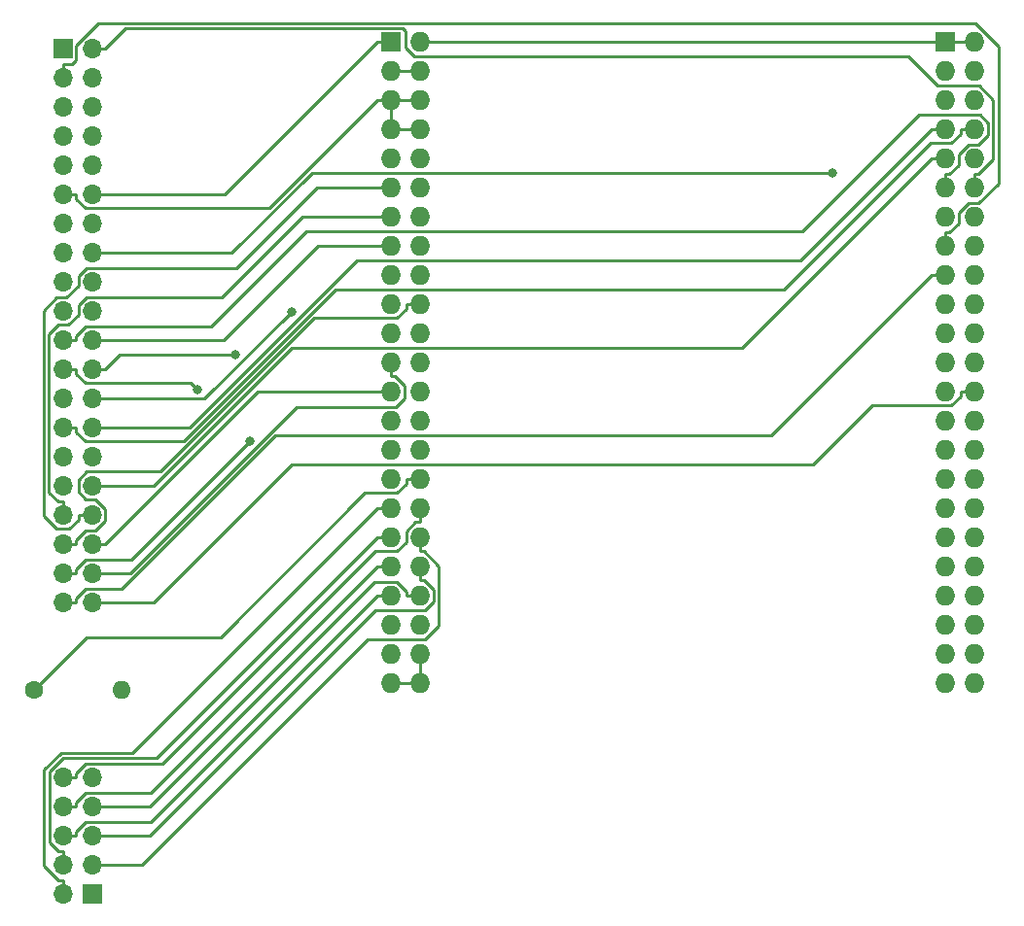
<source format=gtl>
G04 #@! TF.GenerationSoftware,KiCad,Pcbnew,5.0.2-bee76a0~70~ubuntu18.04.1*
G04 #@! TF.CreationDate,2019-04-18T20:00:00+02:00*
G04 #@! TF.ProjectId,Cramps2_nano-soc,4372616d-7073-4325-9f6e-616e6f2d736f,rev?*
G04 #@! TF.SameCoordinates,Original*
G04 #@! TF.FileFunction,Copper,L1,Top*
G04 #@! TF.FilePolarity,Positive*
%FSLAX46Y46*%
G04 Gerber Fmt 4.6, Leading zero omitted, Abs format (unit mm)*
G04 Created by KiCad (PCBNEW 5.0.2-bee76a0~70~ubuntu18.04.1) date 2019-04-18T20:00:00 CEST*
%MOMM*%
%LPD*%
G01*
G04 APERTURE LIST*
G04 #@! TA.AperFunction,ComponentPad*
%ADD10O,1.727200X1.727200*%
G04 #@! TD*
G04 #@! TA.AperFunction,ComponentPad*
%ADD11R,1.727200X1.727200*%
G04 #@! TD*
G04 #@! TA.AperFunction,ComponentPad*
%ADD12R,1.700000X1.700000*%
G04 #@! TD*
G04 #@! TA.AperFunction,ComponentPad*
%ADD13O,1.700000X1.700000*%
G04 #@! TD*
G04 #@! TA.AperFunction,ComponentPad*
%ADD14C,1.600000*%
G04 #@! TD*
G04 #@! TA.AperFunction,ComponentPad*
%ADD15O,1.600000X1.600000*%
G04 #@! TD*
G04 #@! TA.AperFunction,ViaPad*
%ADD16C,0.800000*%
G04 #@! TD*
G04 #@! TA.AperFunction,Conductor*
%ADD17C,0.250000*%
G04 #@! TD*
G04 APERTURE END LIST*
D10*
G04 #@! TO.P,P9,46*
G04 #@! TO.N,DGND*
X122540000Y-123880000D03*
G04 #@! TO.P,P9,45*
X120000000Y-123880000D03*
G04 #@! TO.P,P9,44*
X122540000Y-121340000D03*
G04 #@! TO.P,P9,43*
X120000000Y-121340000D03*
G04 #@! TO.P,P9,42*
G04 #@! TO.N,STEP_U*
X122540000Y-118800000D03*
G04 #@! TO.P,P9,41*
G04 #@! TO.N,FET5*
X120000000Y-118800000D03*
G04 #@! TO.P,P9,40*
G04 #@! TO.N,AIN1*
X122540000Y-116260000D03*
G04 #@! TO.P,P9,39*
G04 #@! TO.N,AIN0*
X120000000Y-116260000D03*
G04 #@! TO.P,P9,38*
G04 #@! TO.N,AIN3*
X122540000Y-113720000D03*
G04 #@! TO.P,P9,37*
G04 #@! TO.N,AIN2*
X120000000Y-113720000D03*
G04 #@! TO.P,P9,36*
G04 #@! TO.N,THERM1*
X122540000Y-111180000D03*
G04 #@! TO.P,P9,35*
G04 #@! TO.N,THERM2*
X120000000Y-111180000D03*
G04 #@! TO.P,P9,34*
G04 #@! TO.N,ADC_GND*
X122540000Y-108640000D03*
G04 #@! TO.P,P9,33*
G04 #@! TO.N,THERM0*
X120000000Y-108640000D03*
G04 #@! TO.P,P9,32*
G04 #@! TO.N,ADC_VDD*
X122540000Y-106100000D03*
G04 #@! TO.P,P9,31*
G04 #@! TO.N,STEP_W*
X120000000Y-106100000D03*
G04 #@! TO.P,P9,30*
G04 #@! TO.N,DIR_W*
X122540000Y-103560000D03*
G04 #@! TO.P,P9,29*
G04 #@! TO.N,STEP_V*
X120000000Y-103560000D03*
G04 #@! TO.P,P9,28*
G04 #@! TO.N,DIR_V*
X122540000Y-101020000D03*
G04 #@! TO.P,P9,27*
G04 #@! TO.N,FET3*
X120000000Y-101020000D03*
G04 #@! TO.P,P9,26*
G04 #@! TO.N,E2_DIR*
X122540000Y-98480000D03*
G04 #@! TO.P,P9,25*
G04 #@! TO.N,LED*
X120000000Y-98480000D03*
G04 #@! TO.P,P9,24*
G04 #@! TO.N,E2_STEP*
X122540000Y-95940000D03*
G04 #@! TO.P,P9,23*
G04 #@! TO.N,MACHINE_PWR*
X120000000Y-95940000D03*
G04 #@! TO.P,P9,22*
G04 #@! TO.N,FET6*
X122540000Y-93400000D03*
G04 #@! TO.P,P9,21*
G04 #@! TO.N,FET4*
X120000000Y-93400000D03*
G04 #@! TO.P,P9,20*
G04 #@! TO.N,SDA*
X122540000Y-90860000D03*
G04 #@! TO.P,P9,19*
G04 #@! TO.N,Net-(P9-Pad19)*
X120000000Y-90860000D03*
G04 #@! TO.P,P9,18*
G04 #@! TO.N,E1_DIR*
X122540000Y-88320000D03*
G04 #@! TO.P,P9,17*
G04 #@! TO.N,E1_STEP*
X120000000Y-88320000D03*
G04 #@! TO.P,P9,16*
G04 #@! TO.N,E0_STEP*
X122540000Y-85780000D03*
G04 #@! TO.P,P9,15*
G04 #@! TO.N,FET2*
X120000000Y-85780000D03*
G04 #@! TO.P,P9,14*
G04 #@! TO.N,AXIS_ENAn*
X122540000Y-83240000D03*
G04 #@! TO.P,P9,13*
G04 #@! TO.N,Z-MIN*
X120000000Y-83240000D03*
G04 #@! TO.P,P9,12*
G04 #@! TO.N,E0_DIR*
X122540000Y-80700000D03*
G04 #@! TO.P,P9,11*
G04 #@! TO.N,Z-MAX*
X120000000Y-80700000D03*
G04 #@! TO.P,P9,10*
G04 #@! TO.N,Net-(P9-Pad10)*
X122540000Y-78160000D03*
G04 #@! TO.P,P9,9*
G04 #@! TO.N,Net-(P9-Pad9)*
X120000000Y-78160000D03*
G04 #@! TO.P,P9,8*
G04 #@! TO.N,SYS_5V*
X122540000Y-75620000D03*
G04 #@! TO.P,P9,7*
X120000000Y-75620000D03*
G04 #@! TO.P,P9,6*
X122540000Y-73080000D03*
G04 #@! TO.P,P9,5*
X120000000Y-73080000D03*
G04 #@! TO.P,P9,4*
G04 #@! TO.N,ADC_VDD*
X122540000Y-70540000D03*
G04 #@! TO.P,P9,3*
X120000000Y-70540000D03*
G04 #@! TO.P,P9,2*
G04 #@! TO.N,DGND*
X122540000Y-68000000D03*
D11*
G04 #@! TO.P,P9,1*
X120000000Y-68000000D03*
G04 #@! TD*
D10*
G04 #@! TO.P,P8,46*
G04 #@! TO.N,Net-(P8-Pad46)*
X170800000Y-123880000D03*
G04 #@! TO.P,P8,45*
G04 #@! TO.N,Net-(P8-Pad45)*
X168260000Y-123880000D03*
G04 #@! TO.P,P8,44*
G04 #@! TO.N,Net-(P8-Pad44)*
X170800000Y-121340000D03*
G04 #@! TO.P,P8,43*
G04 #@! TO.N,Net-(P8-Pad43)*
X168260000Y-121340000D03*
G04 #@! TO.P,P8,42*
G04 #@! TO.N,Net-(P8-Pad42)*
X170800000Y-118800000D03*
G04 #@! TO.P,P8,41*
G04 #@! TO.N,Net-(P8-Pad41)*
X168260000Y-118800000D03*
G04 #@! TO.P,P8,40*
G04 #@! TO.N,Net-(P8-Pad40)*
X170800000Y-116260000D03*
G04 #@! TO.P,P8,39*
G04 #@! TO.N,Net-(P8-Pad39)*
X168260000Y-116260000D03*
G04 #@! TO.P,P8,38*
G04 #@! TO.N,Net-(P8-Pad38)*
X170800000Y-113720000D03*
G04 #@! TO.P,P8,37*
G04 #@! TO.N,Net-(P8-Pad37)*
X168260000Y-113720000D03*
G04 #@! TO.P,P8,36*
G04 #@! TO.N,Net-(P8-Pad36)*
X170800000Y-111180000D03*
G04 #@! TO.P,P8,35*
G04 #@! TO.N,Net-(P8-Pad35)*
X168260000Y-111180000D03*
G04 #@! TO.P,P8,34*
G04 #@! TO.N,Net-(P8-Pad34)*
X170800000Y-108640000D03*
G04 #@! TO.P,P8,33*
G04 #@! TO.N,Net-(P8-Pad33)*
X168260000Y-108640000D03*
G04 #@! TO.P,P8,32*
G04 #@! TO.N,Net-(P8-Pad32)*
X170800000Y-106100000D03*
G04 #@! TO.P,P8,31*
G04 #@! TO.N,Net-(P8-Pad31)*
X168260000Y-106100000D03*
G04 #@! TO.P,P8,30*
G04 #@! TO.N,Net-(P8-Pad30)*
X170800000Y-103560000D03*
G04 #@! TO.P,P8,29*
G04 #@! TO.N,Net-(P8-Pad29)*
X168260000Y-103560000D03*
G04 #@! TO.P,P8,28*
G04 #@! TO.N,Net-(P8-Pad28)*
X170800000Y-101020000D03*
G04 #@! TO.P,P8,27*
G04 #@! TO.N,Net-(P8-Pad27)*
X168260000Y-101020000D03*
G04 #@! TO.P,P8,26*
G04 #@! TO.N,ESTOP_SW*
X170800000Y-98480000D03*
G04 #@! TO.P,P8,25*
G04 #@! TO.N,Net-(P8-Pad25)*
X168260000Y-98480000D03*
G04 #@! TO.P,P8,24*
G04 #@! TO.N,Net-(P8-Pad24)*
X170800000Y-95940000D03*
G04 #@! TO.P,P8,23*
G04 #@! TO.N,Net-(P8-Pad23)*
X168260000Y-95940000D03*
G04 #@! TO.P,P8,22*
G04 #@! TO.N,Net-(P8-Pad22)*
X170800000Y-93400000D03*
G04 #@! TO.P,P8,21*
G04 #@! TO.N,Net-(P8-Pad21)*
X168260000Y-93400000D03*
G04 #@! TO.P,P8,20*
G04 #@! TO.N,Net-(P8-Pad20)*
X170800000Y-90860000D03*
G04 #@! TO.P,P8,19*
G04 #@! TO.N,Z_STEP*
X168260000Y-90860000D03*
G04 #@! TO.P,P8,18*
G04 #@! TO.N,Z_DIR*
X170800000Y-88320000D03*
G04 #@! TO.P,P8,17*
G04 #@! TO.N,ESTOP*
X168260000Y-88320000D03*
G04 #@! TO.P,P8,16*
G04 #@! TO.N,DIR_U*
X170800000Y-85780000D03*
G04 #@! TO.P,P8,15*
G04 #@! TO.N,Y_STEP*
X168260000Y-85780000D03*
G04 #@! TO.P,P8,14*
G04 #@! TO.N,Y_DIR*
X170800000Y-83240000D03*
G04 #@! TO.P,P8,13*
G04 #@! TO.N,X_STEP*
X168260000Y-83240000D03*
G04 #@! TO.P,P8,12*
G04 #@! TO.N,X_DIR*
X170800000Y-80700000D03*
G04 #@! TO.P,P8,11*
G04 #@! TO.N,FET1*
X168260000Y-80700000D03*
G04 #@! TO.P,P8,10*
G04 #@! TO.N,Y-MIN*
X170800000Y-78160000D03*
G04 #@! TO.P,P8,9*
G04 #@! TO.N,Y-MAX*
X168260000Y-78160000D03*
G04 #@! TO.P,P8,8*
G04 #@! TO.N,X-MIN*
X170800000Y-75620000D03*
G04 #@! TO.P,P8,7*
G04 #@! TO.N,X-MAX*
X168260000Y-75620000D03*
G04 #@! TO.P,P8,6*
G04 #@! TO.N,Net-(P8-Pad6)*
X170800000Y-73080000D03*
G04 #@! TO.P,P8,5*
G04 #@! TO.N,Net-(P8-Pad5)*
X168260000Y-73080000D03*
G04 #@! TO.P,P8,4*
G04 #@! TO.N,Net-(P8-Pad4)*
X170800000Y-70540000D03*
G04 #@! TO.P,P8,3*
G04 #@! TO.N,Net-(P8-Pad3)*
X168260000Y-70540000D03*
G04 #@! TO.P,P8,2*
G04 #@! TO.N,DGND*
X170800000Y-68000000D03*
D11*
G04 #@! TO.P,P8,1*
X168260000Y-68000000D03*
G04 #@! TD*
D12*
G04 #@! TO.P,ADC1,1*
G04 #@! TO.N,Net-(ADC1-Pad1)*
X93980000Y-142240000D03*
D13*
G04 #@! TO.P,ADC1,2*
G04 #@! TO.N,THERM0*
X91440000Y-142240000D03*
G04 #@! TO.P,ADC1,3*
G04 #@! TO.N,THERM1*
X93980000Y-139700000D03*
G04 #@! TO.P,ADC1,4*
G04 #@! TO.N,THERM2*
X91440000Y-139700000D03*
G04 #@! TO.P,ADC1,5*
G04 #@! TO.N,AIN3*
X93980000Y-137160000D03*
G04 #@! TO.P,ADC1,6*
G04 #@! TO.N,AIN0*
X91440000Y-137160000D03*
G04 #@! TO.P,ADC1,7*
G04 #@! TO.N,AIN1*
X93980000Y-134620000D03*
G04 #@! TO.P,ADC1,8*
G04 #@! TO.N,AIN2*
X91440000Y-134620000D03*
G04 #@! TO.P,ADC1,9*
G04 #@! TO.N,Net-(ADC1-Pad9)*
X93980000Y-132080000D03*
G04 #@! TO.P,ADC1,10*
G04 #@! TO.N,ADC_GND*
X91440000Y-132080000D03*
G04 #@! TD*
D12*
G04 #@! TO.P,GPIO_0,1*
G04 #@! TO.N,X_STEP*
X91440000Y-68580000D03*
D13*
G04 #@! TO.P,GPIO_0,2*
G04 #@! TO.N,X_DIR*
X93980000Y-68580000D03*
G04 #@! TO.P,GPIO_0,3*
G04 #@! TO.N,Y_STEP*
X91440000Y-71120000D03*
G04 #@! TO.P,GPIO_0,4*
G04 #@! TO.N,Y_DIR*
X93980000Y-71120000D03*
G04 #@! TO.P,GPIO_0,5*
G04 #@! TO.N,Z_STEP*
X91440000Y-73660000D03*
G04 #@! TO.P,GPIO_0,6*
G04 #@! TO.N,Z_DIR*
X93980000Y-73660000D03*
G04 #@! TO.P,GPIO_0,7*
G04 #@! TO.N,E0_STEP*
X91440000Y-76200000D03*
G04 #@! TO.P,GPIO_0,8*
G04 #@! TO.N,E0_DIR*
X93980000Y-76200000D03*
G04 #@! TO.P,GPIO_0,9*
G04 #@! TO.N,E1_STEP*
X91440000Y-78740000D03*
G04 #@! TO.P,GPIO_0,10*
G04 #@! TO.N,E1_DIR*
X93980000Y-78740000D03*
G04 #@! TO.P,GPIO_0,11*
G04 #@! TO.N,SYS_5V*
X91440000Y-81280000D03*
G04 #@! TO.P,GPIO_0,12*
G04 #@! TO.N,DGND*
X93980000Y-81280000D03*
G04 #@! TO.P,GPIO_0,13*
G04 #@! TO.N,E2_STEP*
X91440000Y-83820000D03*
G04 #@! TO.P,GPIO_0,14*
G04 #@! TO.N,E2_DIR*
X93980000Y-83820000D03*
G04 #@! TO.P,GPIO_0,15*
G04 #@! TO.N,STEP_U*
X91440000Y-86360000D03*
G04 #@! TO.P,GPIO_0,16*
G04 #@! TO.N,DIR_U*
X93980000Y-86360000D03*
G04 #@! TO.P,GPIO_0,17*
G04 #@! TO.N,STEP_V*
X91440000Y-88900000D03*
G04 #@! TO.P,GPIO_0,18*
G04 #@! TO.N,DIR_V*
X93980000Y-88900000D03*
G04 #@! TO.P,GPIO_0,19*
G04 #@! TO.N,STEP_W*
X91440000Y-91440000D03*
G04 #@! TO.P,GPIO_0,20*
G04 #@! TO.N,DIR_W*
X93980000Y-91440000D03*
G04 #@! TO.P,GPIO_0,21*
G04 #@! TO.N,FET1*
X91440000Y-93980000D03*
G04 #@! TO.P,GPIO_0,22*
G04 #@! TO.N,FET2*
X93980000Y-93980000D03*
G04 #@! TO.P,GPIO_0,23*
G04 #@! TO.N,FET3*
X91440000Y-96520000D03*
G04 #@! TO.P,GPIO_0,24*
G04 #@! TO.N,FET4*
X93980000Y-96520000D03*
G04 #@! TO.P,GPIO_0,25*
G04 #@! TO.N,FET5*
X91440000Y-99060000D03*
G04 #@! TO.P,GPIO_0,26*
G04 #@! TO.N,FET6*
X93980000Y-99060000D03*
G04 #@! TO.P,GPIO_0,27*
G04 #@! TO.N,X-MIN*
X91440000Y-101600000D03*
G04 #@! TO.P,GPIO_0,28*
G04 #@! TO.N,X-MAX*
X93980000Y-101600000D03*
G04 #@! TO.P,GPIO_0,29*
G04 #@! TO.N,ADC_VDD*
X91440000Y-104140000D03*
G04 #@! TO.P,GPIO_0,30*
G04 #@! TO.N,DGND*
X93980000Y-104140000D03*
G04 #@! TO.P,GPIO_0,31*
G04 #@! TO.N,Y-MIN*
X91440000Y-106680000D03*
G04 #@! TO.P,GPIO_0,32*
G04 #@! TO.N,Y-MAX*
X93980000Y-106680000D03*
G04 #@! TO.P,GPIO_0,33*
G04 #@! TO.N,Z-MIN*
X91440000Y-109220000D03*
G04 #@! TO.P,GPIO_0,34*
G04 #@! TO.N,Z-MAX*
X93980000Y-109220000D03*
G04 #@! TO.P,GPIO_0,35*
G04 #@! TO.N,SDA*
X91440000Y-111760000D03*
G04 #@! TO.P,GPIO_0,36*
G04 #@! TO.N,LED*
X93980000Y-111760000D03*
G04 #@! TO.P,GPIO_0,37*
G04 #@! TO.N,AXIS_ENAn*
X91440000Y-114300000D03*
G04 #@! TO.P,GPIO_0,38*
G04 #@! TO.N,MACHINE_PWR*
X93980000Y-114300000D03*
G04 #@! TO.P,GPIO_0,39*
G04 #@! TO.N,ESTOP*
X91440000Y-116840000D03*
G04 #@! TO.P,GPIO_0,40*
G04 #@! TO.N,ESTOP_SW*
X93980000Y-116840000D03*
G04 #@! TD*
D14*
G04 #@! TO.P,R1,1*
G04 #@! TO.N,ADC_VDD*
X88900000Y-124460000D03*
D15*
G04 #@! TO.P,R1,2*
G04 #@! TO.N,Net-(ADC1-Pad9)*
X96520000Y-124460000D03*
G04 #@! TD*
D16*
G04 #@! TO.N,DIR_U*
X158476300Y-79400300D03*
G04 #@! TO.N,FET3*
X103130800Y-98291000D03*
G04 #@! TO.N,FET4*
X106455600Y-95267700D03*
G04 #@! TO.N,FET6*
X111351200Y-91461800D03*
G04 #@! TO.N,AXIS_ENAn*
X107751700Y-102805300D03*
G04 #@! TD*
D17*
G04 #@! TO.N,THERM0*
X118811100Y-108640000D02*
X97511100Y-129940000D01*
X97511100Y-129940000D02*
X91272100Y-129940000D01*
X91272100Y-129940000D02*
X89789800Y-131422300D01*
X89789800Y-131422300D02*
X89789800Y-139781800D01*
X89789800Y-139781800D02*
X91072700Y-141064700D01*
X91072700Y-141064700D02*
X91440000Y-141064700D01*
X120000000Y-108640000D02*
X118811100Y-108640000D01*
X91440000Y-142240000D02*
X91440000Y-141064700D01*
G04 #@! TO.N,THERM1*
X122540000Y-111180000D02*
X122540000Y-112368900D01*
X93980000Y-139700000D02*
X98316400Y-139700000D01*
X98316400Y-139700000D02*
X117946400Y-120070000D01*
X117946400Y-120070000D02*
X122987800Y-120070000D01*
X122987800Y-120070000D02*
X124193000Y-118864800D01*
X124193000Y-118864800D02*
X124193000Y-113652400D01*
X124193000Y-113652400D02*
X122909500Y-112368900D01*
X122909500Y-112368900D02*
X122540000Y-112368900D01*
G04 #@! TO.N,THERM2*
X118811100Y-111180000D02*
X99600800Y-130390300D01*
X99600800Y-130390300D02*
X91464100Y-130390300D01*
X91464100Y-130390300D02*
X90263300Y-131591100D01*
X90263300Y-131591100D02*
X90263300Y-137715300D01*
X90263300Y-137715300D02*
X91072700Y-138524700D01*
X91072700Y-138524700D02*
X91440000Y-138524700D01*
X120000000Y-111180000D02*
X118811100Y-111180000D01*
X91440000Y-139700000D02*
X91440000Y-138524700D01*
G04 #@! TO.N,AIN3*
X122540000Y-114908900D02*
X122911600Y-114908900D01*
X122911600Y-114908900D02*
X123728900Y-115726200D01*
X123728900Y-115726200D02*
X123728900Y-116765800D01*
X123728900Y-116765800D02*
X122964700Y-117530000D01*
X122964700Y-117530000D02*
X118658000Y-117530000D01*
X118658000Y-117530000D02*
X99028000Y-137160000D01*
X99028000Y-137160000D02*
X93980000Y-137160000D01*
X122540000Y-113720000D02*
X122540000Y-114908900D01*
G04 #@! TO.N,AIN0*
X120000000Y-116260000D02*
X118811100Y-116260000D01*
X91440000Y-137160000D02*
X92615300Y-137160000D01*
X92615300Y-137160000D02*
X92615300Y-136792600D01*
X92615300Y-136792600D02*
X93423200Y-135984700D01*
X93423200Y-135984700D02*
X99086400Y-135984700D01*
X99086400Y-135984700D02*
X118811100Y-116260000D01*
G04 #@! TO.N,AIN1*
X122540000Y-116260000D02*
X121351100Y-116260000D01*
X93980000Y-134620000D02*
X99028000Y-134620000D01*
X99028000Y-134620000D02*
X118576900Y-115071100D01*
X118576900Y-115071100D02*
X120533800Y-115071100D01*
X120533800Y-115071100D02*
X121351100Y-115888400D01*
X121351100Y-115888400D02*
X121351100Y-116260000D01*
G04 #@! TO.N,AIN2*
X120000000Y-113720000D02*
X118811100Y-113720000D01*
X91440000Y-134620000D02*
X92615300Y-134620000D01*
X92615300Y-134620000D02*
X92615300Y-134252600D01*
X92615300Y-134252600D02*
X93423200Y-133444700D01*
X93423200Y-133444700D02*
X99086400Y-133444700D01*
X99086400Y-133444700D02*
X118811100Y-113720000D01*
G04 #@! TO.N,ADC_GND*
X122540000Y-108640000D02*
X122540000Y-109828900D01*
X91440000Y-132080000D02*
X92615300Y-132080000D01*
X92615300Y-132080000D02*
X92615300Y-131712700D01*
X92615300Y-131712700D02*
X93431000Y-130897000D01*
X93431000Y-130897000D02*
X100138800Y-130897000D01*
X100138800Y-130897000D02*
X118666800Y-112369000D01*
X118666800Y-112369000D02*
X120514300Y-112369000D01*
X120514300Y-112369000D02*
X121351100Y-111532200D01*
X121351100Y-111532200D02*
X121351100Y-110646200D01*
X121351100Y-110646200D02*
X122168400Y-109828900D01*
X122168400Y-109828900D02*
X122540000Y-109828900D01*
G04 #@! TO.N,X_DIR*
X170800000Y-80700000D02*
X170800000Y-79511100D01*
X93980000Y-68580000D02*
X95155300Y-68580000D01*
X95155300Y-68580000D02*
X96924300Y-66811000D01*
X96924300Y-66811000D02*
X121038900Y-66811000D01*
X121038900Y-66811000D02*
X121270000Y-67042100D01*
X121270000Y-67042100D02*
X121270000Y-68473800D01*
X121270000Y-68473800D02*
X122066200Y-69270000D01*
X122066200Y-69270000D02*
X165062600Y-69270000D01*
X165062600Y-69270000D02*
X167602600Y-71810000D01*
X167602600Y-71810000D02*
X171237100Y-71810000D01*
X171237100Y-71810000D02*
X172439200Y-73012100D01*
X172439200Y-73012100D02*
X172439200Y-78243400D01*
X172439200Y-78243400D02*
X171171500Y-79511100D01*
X171171500Y-79511100D02*
X170800000Y-79511100D01*
G04 #@! TO.N,Y_STEP*
X168260000Y-84591100D02*
X168631600Y-84591100D01*
X168631600Y-84591100D02*
X169448900Y-83773800D01*
X169448900Y-83773800D02*
X169448900Y-82887800D01*
X169448900Y-82887800D02*
X170285700Y-82051000D01*
X170285700Y-82051000D02*
X171140100Y-82051000D01*
X171140100Y-82051000D02*
X172894500Y-80296600D01*
X172894500Y-80296600D02*
X172894500Y-68387600D01*
X172894500Y-68387600D02*
X170866100Y-66359200D01*
X170866100Y-66359200D02*
X94528800Y-66359200D01*
X94528800Y-66359200D02*
X92615300Y-68272700D01*
X92615300Y-68272700D02*
X92615300Y-69577500D01*
X92615300Y-69577500D02*
X92248100Y-69944700D01*
X92248100Y-69944700D02*
X91440000Y-69944700D01*
X168260000Y-85780000D02*
X168260000Y-84591100D01*
X91440000Y-71120000D02*
X91440000Y-69944700D01*
G04 #@! TO.N,SYS_5V*
X118811100Y-73080000D02*
X109425300Y-82465800D01*
X109425300Y-82465800D02*
X93433800Y-82465800D01*
X93433800Y-82465800D02*
X92615300Y-81647300D01*
X92615300Y-81647300D02*
X92615300Y-81280000D01*
X120000000Y-73080000D02*
X122540000Y-73080000D01*
X119405600Y-73080000D02*
X120000000Y-73080000D01*
X119405600Y-73080000D02*
X118811100Y-73080000D01*
X91440000Y-81280000D02*
X92615300Y-81280000D01*
G04 #@! TO.N,DGND*
X122540000Y-123880000D02*
X122540000Y-122528900D01*
X120000000Y-123880000D02*
X122540000Y-123880000D01*
X122540000Y-121340000D02*
X122540000Y-122528900D01*
X168260000Y-68000000D02*
X170800000Y-68000000D01*
X122540000Y-68000000D02*
X168260000Y-68000000D01*
X120000000Y-68000000D02*
X118811100Y-68000000D01*
X93980000Y-81280000D02*
X105531100Y-81280000D01*
X105531100Y-81280000D02*
X118811100Y-68000000D01*
G04 #@! TO.N,DIR_U*
X93980000Y-86360000D02*
X106168000Y-86360000D01*
X106168000Y-86360000D02*
X113127700Y-79400300D01*
X113127700Y-79400300D02*
X158476300Y-79400300D01*
G04 #@! TO.N,FET1*
X168260000Y-80700000D02*
X168260000Y-79511100D01*
X91440000Y-93980000D02*
X92615300Y-93980000D01*
X92615300Y-93980000D02*
X92615300Y-93612600D01*
X92615300Y-93612600D02*
X93423200Y-92804700D01*
X93423200Y-92804700D02*
X104358300Y-92804700D01*
X104358300Y-92804700D02*
X112653000Y-84510000D01*
X112653000Y-84510000D02*
X155800200Y-84510000D01*
X155800200Y-84510000D02*
X165960200Y-74350000D01*
X165960200Y-74350000D02*
X171290900Y-74350000D01*
X171290900Y-74350000D02*
X171988900Y-75048000D01*
X171988900Y-75048000D02*
X171988900Y-76113600D01*
X171988900Y-76113600D02*
X171131500Y-76971000D01*
X171131500Y-76971000D02*
X170285700Y-76971000D01*
X170285700Y-76971000D02*
X169448900Y-77807800D01*
X169448900Y-77807800D02*
X169448900Y-78693800D01*
X169448900Y-78693800D02*
X168631600Y-79511100D01*
X168631600Y-79511100D02*
X168260000Y-79511100D01*
G04 #@! TO.N,FET2*
X93980000Y-93980000D02*
X105455600Y-93980000D01*
X105455600Y-93980000D02*
X113655600Y-85780000D01*
X113655600Y-85780000D02*
X120000000Y-85780000D01*
G04 #@! TO.N,FET3*
X92615300Y-96520000D02*
X92615300Y-96887400D01*
X92615300Y-96887400D02*
X93423200Y-97695300D01*
X93423200Y-97695300D02*
X102535100Y-97695300D01*
X102535100Y-97695300D02*
X103130800Y-98291000D01*
X91440000Y-96520000D02*
X92615300Y-96520000D01*
G04 #@! TO.N,FET4*
X95155300Y-96520000D02*
X96407600Y-95267700D01*
X96407600Y-95267700D02*
X106455600Y-95267700D01*
X93980000Y-96520000D02*
X95155300Y-96520000D01*
G04 #@! TO.N,FET6*
X95155300Y-99060000D02*
X103753000Y-99060000D01*
X103753000Y-99060000D02*
X111351200Y-91461800D01*
X93980000Y-99060000D02*
X95155300Y-99060000D01*
G04 #@! TO.N,X-MIN*
X170800000Y-75620000D02*
X169611100Y-75620000D01*
X91440000Y-101600000D02*
X92615300Y-101600000D01*
X92615300Y-101600000D02*
X92615300Y-101967300D01*
X92615300Y-101967300D02*
X93452700Y-102804700D01*
X93452700Y-102804700D02*
X101945400Y-102804700D01*
X101945400Y-102804700D02*
X115160100Y-89590000D01*
X115160100Y-89590000D02*
X154218000Y-89590000D01*
X154218000Y-89590000D02*
X166999100Y-76808900D01*
X166999100Y-76808900D02*
X168793800Y-76808900D01*
X168793800Y-76808900D02*
X169611100Y-75991600D01*
X169611100Y-75991600D02*
X169611100Y-75620000D01*
G04 #@! TO.N,X-MAX*
X167071100Y-75620000D02*
X155641100Y-87050000D01*
X155641100Y-87050000D02*
X117063200Y-87050000D01*
X117063200Y-87050000D02*
X102513200Y-101600000D01*
X102513200Y-101600000D02*
X93980000Y-101600000D01*
X168260000Y-75620000D02*
X167071100Y-75620000D01*
G04 #@! TO.N,ADC_VDD*
X122540000Y-106100000D02*
X121351100Y-106100000D01*
X88900000Y-124460000D02*
X93534600Y-119825400D01*
X93534600Y-119825400D02*
X105192800Y-119825400D01*
X105192800Y-119825400D02*
X117729300Y-107288900D01*
X117729300Y-107288900D02*
X120533800Y-107288900D01*
X120533800Y-107288900D02*
X121351100Y-106471600D01*
X121351100Y-106471600D02*
X121351100Y-106100000D01*
X120000000Y-70540000D02*
X122540000Y-70540000D01*
G04 #@! TO.N,Y-MAX*
X168260000Y-78160000D02*
X167071100Y-78160000D01*
X93980000Y-106680000D02*
X99343900Y-106680000D01*
X99343900Y-106680000D02*
X111353900Y-94670000D01*
X111353900Y-94670000D02*
X150561100Y-94670000D01*
X150561100Y-94670000D02*
X167071100Y-78160000D01*
G04 #@! TO.N,Z-MIN*
X91440000Y-108044700D02*
X91072700Y-108044700D01*
X91072700Y-108044700D02*
X90249600Y-107221600D01*
X90249600Y-107221600D02*
X90249600Y-93464000D01*
X90249600Y-93464000D02*
X91095300Y-92618300D01*
X91095300Y-92618300D02*
X91925900Y-92618300D01*
X91925900Y-92618300D02*
X92804600Y-91739600D01*
X92804600Y-91739600D02*
X92804600Y-90914400D01*
X92804600Y-90914400D02*
X93492600Y-90226400D01*
X93492600Y-90226400D02*
X105300700Y-90226400D01*
X105300700Y-90226400D02*
X112287100Y-83240000D01*
X112287100Y-83240000D02*
X120000000Y-83240000D01*
X91440000Y-109220000D02*
X91440000Y-108044700D01*
G04 #@! TO.N,Z-MAX*
X92804700Y-109220000D02*
X92804700Y-109587300D01*
X92804700Y-109587300D02*
X91991000Y-110401000D01*
X91991000Y-110401000D02*
X90887300Y-110401000D01*
X90887300Y-110401000D02*
X89759900Y-109273600D01*
X89759900Y-109273600D02*
X89759900Y-91428600D01*
X89759900Y-91428600D02*
X90923800Y-90264700D01*
X90923800Y-90264700D02*
X91739500Y-90264700D01*
X91739500Y-90264700D02*
X92804600Y-89199600D01*
X92804600Y-89199600D02*
X92804600Y-88374400D01*
X92804600Y-88374400D02*
X93482900Y-87696100D01*
X93482900Y-87696100D02*
X106557600Y-87696100D01*
X106557600Y-87696100D02*
X113553700Y-80700000D01*
X113553700Y-80700000D02*
X120000000Y-80700000D01*
X93980000Y-109220000D02*
X92804700Y-109220000D01*
G04 #@! TO.N,SDA*
X92615300Y-111760000D02*
X92615300Y-111392600D01*
X92615300Y-111392600D02*
X93423200Y-110584700D01*
X93423200Y-110584700D02*
X94285700Y-110584700D01*
X94285700Y-110584700D02*
X95155400Y-109715000D01*
X95155400Y-109715000D02*
X95155400Y-108731200D01*
X95155400Y-108731200D02*
X94279600Y-107855400D01*
X94279600Y-107855400D02*
X93454400Y-107855400D01*
X93454400Y-107855400D02*
X92804600Y-107205600D01*
X92804600Y-107205600D02*
X92804600Y-106154400D01*
X92804600Y-106154400D02*
X93549000Y-105410000D01*
X93549000Y-105410000D02*
X99977000Y-105410000D01*
X99977000Y-105410000D02*
X113338100Y-92048900D01*
X113338100Y-92048900D02*
X120533800Y-92048900D01*
X120533800Y-92048900D02*
X121351100Y-91231600D01*
X121351100Y-91231600D02*
X121351100Y-90860000D01*
X122540000Y-90860000D02*
X121351100Y-90860000D01*
X91440000Y-111760000D02*
X92615300Y-111760000D01*
G04 #@! TO.N,LED*
X95155300Y-111760000D02*
X108435300Y-98480000D01*
X108435300Y-98480000D02*
X118811100Y-98480000D01*
X120000000Y-98480000D02*
X118811100Y-98480000D01*
X93980000Y-111760000D02*
X95155300Y-111760000D01*
G04 #@! TO.N,AXIS_ENAn*
X92615300Y-114300000D02*
X92615300Y-113932600D01*
X92615300Y-113932600D02*
X93423200Y-113124700D01*
X93423200Y-113124700D02*
X97432300Y-113124700D01*
X97432300Y-113124700D02*
X107751700Y-102805300D01*
X91440000Y-114300000D02*
X92615300Y-114300000D01*
G04 #@! TO.N,MACHINE_PWR*
X95155300Y-114300000D02*
X97282800Y-114300000D01*
X97282800Y-114300000D02*
X111818400Y-99764400D01*
X111818400Y-99764400D02*
X120469700Y-99764400D01*
X120469700Y-99764400D02*
X121188900Y-99045200D01*
X121188900Y-99045200D02*
X121188900Y-97946200D01*
X121188900Y-97946200D02*
X120371600Y-97128900D01*
X120371600Y-97128900D02*
X120000000Y-97128900D01*
X93980000Y-114300000D02*
X95155300Y-114300000D01*
X120000000Y-95940000D02*
X120000000Y-97128900D01*
G04 #@! TO.N,ESTOP*
X92615300Y-116840000D02*
X92615300Y-116472600D01*
X92615300Y-116472600D02*
X93423200Y-115664700D01*
X93423200Y-115664700D02*
X96555000Y-115664700D01*
X96555000Y-115664700D02*
X109929700Y-102290000D01*
X109929700Y-102290000D02*
X153101100Y-102290000D01*
X153101100Y-102290000D02*
X167071100Y-88320000D01*
X168260000Y-88320000D02*
X167071100Y-88320000D01*
X91440000Y-116840000D02*
X92615300Y-116840000D01*
G04 #@! TO.N,ESTOP_SW*
X93980000Y-116840000D02*
X99345300Y-116840000D01*
X99345300Y-116840000D02*
X111355300Y-104830000D01*
X111355300Y-104830000D02*
X156757900Y-104830000D01*
X156757900Y-104830000D02*
X161919000Y-99668900D01*
X161919000Y-99668900D02*
X168793800Y-99668900D01*
X168793800Y-99668900D02*
X169611100Y-98851600D01*
X169611100Y-98851600D02*
X169611100Y-98480000D01*
X170800000Y-98480000D02*
X169611100Y-98480000D01*
G04 #@! TO.N,SYS_5V*
X120000000Y-75620000D02*
X122540000Y-75620000D01*
X120000000Y-74398686D02*
X120000000Y-73080000D01*
X120000000Y-75620000D02*
X120000000Y-74398686D01*
G04 #@! TD*
M02*

</source>
